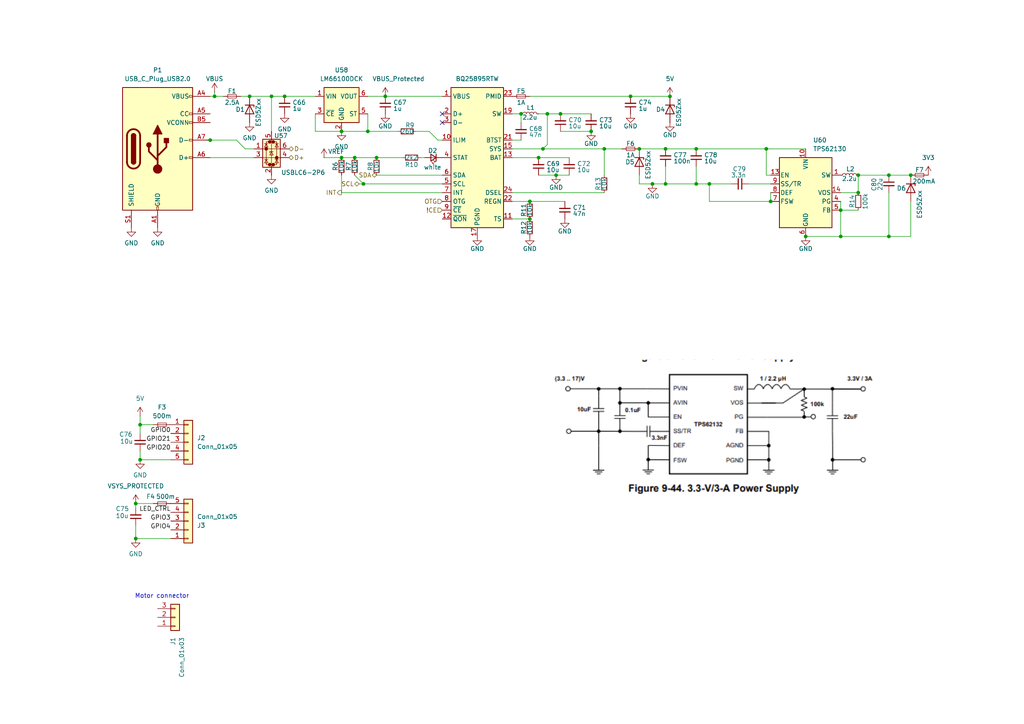
<source format=kicad_sch>
(kicad_sch (version 20250114) (generator "eeschema") (generator_version "9.0")
  (paper "A4")
  (lib_symbols
    (symbol "Battery_Management:BQ25895RTW"
      (property "Reference" "U" (at -5.08 22.86 0))
      (property "Value" "BQ25895RTW" (at 5.08 22.86 0))
      (symbol "BQ25895RTW_0_1"
        (rectangle (start -7.62 20.32) (end 7.62 -20.32) (stroke (width 0.254)) (fill (type background)))
      )
      (symbol "BQ25895RTW_1_1"
        (pin power_in line (at -10.16 17.78 0) (length 2.54) (name "VBUS") (number "1"))
        (pin bidirectional line (at -10.16 12.7 0) (length 2.54) (name "D+") (number "2"))
        (pin bidirectional line (at -10.16 10.16 0) (length 2.54) (name "D-") (number "3"))
        (pin passive line (at -10.16 5.08 0) (length 2.54) (name "ILIM") (number "10"))
        (pin open_collector line (at -10.16 0 0) (length 2.54) (name "STAT") (number "4"))
        (pin bidirectional line (at -10.16 -5.08 0) (length 2.54) (name "SDA") (number "6"))
        (pin input line (at -10.16 -7.62 0) (length 2.54) (name "SCL") (number "5"))
        (pin open_collector line (at -10.16 -10.16 0) (length 2.54) (name "INT") (number "7"))
        (pin input line (at -10.16 -12.7 0) (length 2.54) (name "OTG") (number "8"))
        (pin input line (at -10.16 -15.24 0) (length 2.54) (name "~{CE}") (number "9"))
        (pin input line (at -10.16 -17.78 0) (length 2.54) (name "~{QON}") (number "12"))
        (pin power_in line (at 0 -22.86 90) (length 2.54) (name "PGND") (number "17"))
        (pin passive line (at 0 -22.86 90) (length 2.54) (hide yes) (name "PGND") (number "18"))
        (pin passive line (at 0 -22.86 90) (length 2.54) (hide yes) (name "PGND") (number "25"))
        (pin power_out line (at 10.16 17.78 180) (length 2.54) (name "PMID") (number "23"))
        (pin power_out line (at 10.16 12.7 180) (length 2.54) (name "SW") (number "19"))
        (pin passive line (at 10.16 12.7 180) (length 2.54) (hide yes) (name "SW") (number "20"))
        (pin passive line (at 10.16 5.08 180) (length 2.54) (name "BTST") (number "21"))
        (pin passive line (at 10.16 2.54 180) (length 2.54) (name "SYS") (number "15"))
        (pin passive line (at 10.16 2.54 180) (length 2.54) (hide yes) (name "SYS") (number "16"))
        (pin passive line (at 10.16 0 180) (length 2.54) (name "BAT") (number "13"))
        (pin passive line (at 10.16 0 180) (length 2.54) (hide yes) (name "BAT") (number "14"))
        (pin open_collector line (at 10.16 -10.16 180) (length 2.54) (name "DSEL") (number "24"))
        (pin passive line (at 10.16 -12.7 180) (length 2.54) (name "REGN") (number "22"))
        (pin passive line (at 10.16 -17.78 180) (length 2.54) (name "TS") (number "11"))
      )
    )
    (symbol "Connector:USB_C_Plug_USB2.0" (pin_names (offset 1.016))
      (property "Reference" "P" (at -10.16 19.05 0))
      (property "Value" "USB_C_Plug_USB2.0" (at 12.7 19.05 0))
      (symbol "USB_C_Plug_USB2.0_0_0"
        (rectangle (start -0.254 -17.78) (end 0.254 -16.764))
        (rectangle (start 10.16 15.494) (end 9.144 14.986))
        (rectangle (start 10.16 10.414) (end 9.144 9.906))
        (rectangle (start 10.16 7.874) (end 9.144 7.366))
        (rectangle (start 10.16 2.794) (end 9.144 2.286))
        (rectangle (start 10.16 -2.286) (end 9.144 -2.794))
      )
      (symbol "USB_C_Plug_USB2.0_0_1"
        (rectangle (start -10.16 17.78) (end 10.16 -17.78) (stroke (width 0.254)) (fill (type background)))
        (polyline (pts (xy -8.89 -3.81) (xy -8.89 3.81)) (stroke (width 0.508)))
        (rectangle (start -7.62 -3.81) (end -6.35 3.81) (stroke (width 0.254)) (fill (type outline)))
        (arc (start -7.62 3.81) (mid -6.985 4.4423) (end -6.35 3.81) (stroke (width 0.254)))
        (arc (start -7.62 3.81) (mid -6.985 4.4423) (end -6.35 3.81) (stroke (width 0.254)) (fill (type outline)))
        (arc (start -8.89 3.81) (mid -6.985 5.7067) (end -5.08 3.81) (stroke (width 0.508)))
        (arc (start -5.08 -3.81) (mid -6.985 -5.7067) (end -8.89 -3.81) (stroke (width 0.508)))
        (arc (start -6.35 -3.81) (mid -6.985 -4.4423) (end -7.62 -3.81) (stroke (width 0.254)))
        (arc (start -6.35 -3.81) (mid -6.985 -4.4423) (end -7.62 -3.81) (stroke (width 0.254)) (fill (type outline)))
        (polyline (pts (xy -5.08 3.81) (xy -5.08 -3.81)) (stroke (width 0.508)))
        (circle (center -2.54 1.143) (radius 0.635) (stroke (width 0.254)) (fill (type outline)))
        (polyline (pts (xy -1.27 4.318) (xy 0 6.858) (xy 1.27 4.318) (xy -1.27 4.318)) (stroke (width 0.254)) (fill (type outline)))
        (polyline (pts (xy 0 -2.032) (xy 2.54 0.508) (xy 2.54 1.778)) (stroke (width 0.508)))
        (polyline (pts (xy 0 -3.302) (xy -2.54 -0.762) (xy -2.54 0.508)) (stroke (width 0.508)))
        (polyline (pts (xy 0 -5.842) (xy 0 4.318)) (stroke (width 0.508)))
        (circle (center 0 -5.842) (radius 1.27) (fill (type outline)))
        (rectangle (start 1.905 1.778) (end 3.175 3.048) (stroke (width 0.254)) (fill (type outline)))
      )
      (symbol "USB_C_Plug_USB2.0_1_1"
        (pin passive line (at -7.62 -22.86 90) (length 5.08) (name "SHIELD") (number "S1"))
        (pin passive line (at 0 -22.86 90) (length 5.08) (name "GND") (number "A1"))
        (pin passive line (at 0 -22.86 90) (length 5.08) (hide yes) (name "GND") (number "A12"))
        (pin passive line (at 0 -22.86 90) (length 5.08) (hide yes) (name "GND") (number "B1"))
        (pin passive line (at 0 -22.86 90) (length 5.08) (hide yes) (name "GND") (number "B12"))
        (pin passive line (at 15.24 15.24 180) (length 5.08) (name "VBUS") (number "A4"))
        (pin passive line (at 15.24 15.24 180) (length 5.08) (hide yes) (name "VBUS") (number "A9"))
        (pin passive line (at 15.24 15.24 180) (length 5.08) (hide yes) (name "VBUS") (number "B4"))
        (pin passive line (at 15.24 15.24 180) (length 5.08) (hide yes) (name "VBUS") (number "B9"))
        (pin bidirectional line (at 15.24 10.16 180) (length 5.08) (name "CC") (number "A5"))
        (pin bidirectional line (at 15.24 7.62 180) (length 5.08) (name "VCONN") (number "B5"))
        (pin bidirectional line (at 15.24 2.54 180) (length 5.08) (name "D-") (number "A7"))
        (pin bidirectional line (at 15.24 -2.54 180) (length 5.08) (name "D+") (number "A6"))
      )
    )
    (symbol "Connector_Generic:Conn_01x03" (pin_names (offset 1.016) (hide yes))
      (property "Reference" "J" (at 0 5.08 0))
      (property "Value" "Conn_01x03" (at 0 -5.08 0))
      (symbol "Conn_01x03_1_1"
        (rectangle (start -1.27 3.81) (end 1.27 -3.81) (stroke (width 0.254)) (fill (type background)))
        (rectangle (start -1.27 2.667) (end 0 2.413) (stroke (width 0.1524)))
        (rectangle (start -1.27 0.127) (end 0 -0.127) (stroke (width 0.1524)))
        (rectangle (start -1.27 -2.413) (end 0 -2.667) (stroke (width 0.1524)))
        (pin passive line (at -5.08 2.54 0) (length 3.81) (name "Pin_1") (number "1"))
        (pin passive line (at -5.08 0 0) (length 3.81) (name "Pin_2") (number "2"))
        (pin passive line (at -5.08 -2.54 0) (length 3.81) (name "Pin_3") (number "3"))
      )
    )
    (symbol "Connector_Generic:Conn_01x05" (pin_names (offset 1.016) (hide yes))
      (property "Reference" "J" (at 0 7.62 0))
      (property "Value" "Conn_01x05" (at 0 -7.62 0))
      (symbol "Conn_01x05_1_1"
        (rectangle (start -1.27 6.35) (end 1.27 -6.35) (stroke (width 0.254)) (fill (type background)))
        (rectangle (start -1.27 5.207) (end 0 4.953) (stroke (width 0.1524)))
        (rectangle (start -1.27 2.667) (end 0 2.413) (stroke (width 0.1524)))
        (rectangle (start -1.27 0.127) (end 0 -0.127) (stroke (width 0.1524)))
        (rectangle (start -1.27 -2.413) (end 0 -2.667) (stroke (width 0.1524)))
        (rectangle (start -1.27 -4.953) (end 0 -5.207) (stroke (width 0.1524)))
        (pin passive line (at -5.08 5.08 0) (length 3.81) (name "Pin_1") (number "1"))
        (pin passive line (at -5.08 2.54 0) (length 3.81) (name "Pin_2") (number "2"))
        (pin passive line (at -5.08 0 0) (length 3.81) (name "Pin_3") (number "3"))
        (pin passive line (at -5.08 -2.54 0) (length 3.81) (name "Pin_4") (number "4"))
        (pin passive line (at -5.08 -5.08 0) (length 3.81) (name "Pin_5") (number "5"))
      )
    )
    (symbol "Device:C_Small" (pin_numbers (hide yes)) (pin_names (offset 0.254) (hide yes))
      (property "Reference" "C" (at 0.254 1.778 0))
      (property "Value" "C_Small" (at 0.254 -2.032 0))
      (symbol "C_Small_0_1"
        (polyline (pts (xy -1.524 0.508) (xy 1.524 0.508)) (stroke (width 0.3048)))
        (polyline (pts (xy -1.524 -0.508) (xy 1.524 -0.508)) (stroke (width 0.3302)))
      )
      (symbol "C_Small_1_1"
        (pin passive line (at 0 2.54 270) (length 2.032) (name "~") (number "1"))
        (pin passive line (at 0 -2.54 90) (length 2.032) (name "~") (number "2"))
      )
    )
    (symbol "Device:Fuse_Small" (pin_numbers (hide yes)) (pin_names (offset 0.254) (hide yes))
      (property "Reference" "F" (at 0 -1.524 0))
      (property "Value" "Fuse_Small" (at 0 1.524 0))
      (symbol "Fuse_Small_0_1"
        (rectangle (start -1.27 0.508) (end 1.27 -0.508))
        (polyline (pts (xy -1.27 0) (xy 1.27 0)))
      )
      (symbol "Fuse_Small_1_1"
        (pin passive line (at -2.54 0 0) (length 1.27) (name "~") (number "1"))
        (pin passive line (at 2.54 0 180) (length 1.27) (name "~") (number "2"))
      )
    )
    (symbol "Device:LED_Small" (pin_numbers (hide yes)) (pin_names (offset 0.254) (hide yes))
      (property "Reference" "D" (at -1.27 3.175 0))
      (property "Value" "LED_Small" (at -4.445 -2.54 0))
      (symbol "LED_Small_0_1"
        (polyline (pts (xy -0.762 -1.016) (xy -0.762 1.016)) (stroke (width 0.254)))
        (polyline (pts (xy 0 0.762) (xy -0.508 1.27) (xy -0.254 1.27) (xy -0.508 1.27) (xy -0.508 1.016)))
        (polyline (pts (xy 0.508 1.27) (xy 0 1.778) (xy 0.254 1.778) (xy 0 1.778) (xy 0 1.524)))
        (polyline (pts (xy 0.762 -1.016) (xy -0.762 0) (xy 0.762 1.016) (xy 0.762 -1.016)) (stroke (width 0.254)))
        (polyline (pts (xy 1.016 0) (xy -0.762 0)))
      )
      (symbol "LED_Small_1_1"
        (pin passive line (at -2.54 0 0) (length 1.778) (name "K") (number "1"))
        (pin passive line (at 2.54 0 180) (length 1.778) (name "A") (number "2"))
      )
    )
    (symbol "Device:L_Small" (pin_numbers (hide yes)) (pin_names (offset 0.254) (hide yes))
      (property "Reference" "L" (at 0.762 1.016 0))
      (property "Value" "L_Small" (at 0.762 -1.016 0))
      (symbol "L_Small_0_1"
        (arc (start 0 2.032) (mid 0.5058 1.524) (end 0 1.016))
        (arc (start 0 1.016) (mid 0.5058 0.508) (end 0 0))
        (arc (start 0 0) (mid 0.5058 -0.508) (end 0 -1.016))
        (arc (start 0 -1.016) (mid 0.5058 -1.524) (end 0 -2.032))
      )
      (symbol "L_Small_1_1"
        (pin passive line (at 0 2.54 270) (length 0.508) (name "~") (number "1"))
        (pin passive line (at 0 -2.54 90) (length 0.508) (name "~") (number "2"))
      )
    )
    (symbol "Device:R_Small" (pin_numbers (hide yes)) (pin_names (offset 0.254) (hide yes))
      (property "Reference" "R" (at 0.762 0.508 0))
      (property "Value" "R_Small" (at 0.762 -1.016 0))
      (symbol "R_Small_0_1"
        (rectangle (start -0.762 1.778) (end 0.762 -1.778) (stroke (width 0.2032)))
      )
      (symbol "R_Small_1_1"
        (pin passive line (at 0 2.54 270) (length 0.762) (name "~") (number "1"))
        (pin passive line (at 0 -2.54 90) (length 0.762) (name "~") (number "2"))
      )
    )
    (symbol "Diode:ESD5Zxx" (pin_numbers (hide yes)) (pin_names (hide yes))
      (property "Reference" "D" (at 0 2.54 0))
      (property "Value" "ESD5Zxx" (at 0 -2.54 0))
      (symbol "ESD5Zxx_0_1"
        (polyline (pts (xy -1.27 -1.27) (xy -1.27 1.27) (xy -0.762 1.27)) (stroke (width 0.254)))
        (polyline (pts (xy 1.27 0) (xy -1.27 0)))
        (polyline (pts (xy 1.27 -1.27) (xy 1.27 1.27) (xy -1.27 0) (xy 1.27 -1.27)) (stroke (width 0.254)))
      )
      (symbol "ESD5Zxx_1_1"
        (pin passive line (at -3.81 0 0) (length 2.54) (name "K") (number "1"))
        (pin passive line (at 3.81 0 180) (length 2.54) (name "A") (number "2"))
      )
    )
    (symbol "Power_Management:LM66100DCK"
      (property "Reference" "U" (at -5.08 6.096 0))
      (property "Value" "LM66100DCK" (at 0.254 -6.35 0))
      (symbol "LM66100DCK_0_1"
        (rectangle (start -5.08 5.08) (end 5.08 -5.08) (stroke (width 0.254)) (fill (type background)))
      )
      (symbol "LM66100DCK_1_1"
        (pin power_in line (at -7.62 2.54 0) (length 2.54) (name "VIN") (number "1"))
        (pin input line (at -7.62 -2.54 0) (length 2.54) (name "~{CE}") (number "3"))
        (pin no_connect line (at 0 5.08 270) (length 2.54) (hide yes) (name "NC") (number "4"))
        (pin power_in line (at 0 -7.62 90) (length 2.54) (name "GND") (number "2"))
        (pin power_out line (at 7.62 2.54 180) (length 2.54) (name "VOUT") (number "6"))
        (pin open_collector line (at 7.62 -2.54 180) (length 2.54) (name "ST") (number "5"))
      )
    )
    (symbol "Power_Protection:USBLC6-2P6" (pin_names (hide yes))
      (property "Reference" "U" (at 0.635 5.715 0))
      (property "Value" "USBLC6-2P6" (at 0.635 3.81 0))
      (symbol "USBLC6-2P6_0_0"
        (circle (center -1.524 0) (radius 0.0001) (stroke (width 0.508)))
        (circle (center -0.508 2.032) (radius 0.0001) (stroke (width 0.508)))
        (circle (center -0.508 -4.572) (radius 0.0001) (stroke (width 0.508)))
        (circle (center 0.508 2.032) (radius 0.0001) (stroke (width 0.508)))
        (circle (center 0.508 -4.572) (radius 0.0001) (stroke (width 0.508)))
        (circle (center 1.524 -2.54) (radius 0.0001) (stroke (width 0.508)))
      )
      (symbol "USBLC6-2P6_0_1"
        (polyline (pts (xy -2.54 0) (xy 2.54 0)))
        (polyline (pts (xy -2.54 -2.54) (xy 2.54 -2.54)))
        (polyline (pts (xy -2.032 0.508) (xy -1.016 0.508) (xy -1.524 1.524) (xy -2.032 0.508)))
        (polyline (pts (xy -2.032 -3.048) (xy -1.016 -3.048)))
        (polyline (pts (xy -1.016 1.524) (xy -2.032 1.524)))
        (polyline (pts (xy -1.016 -4.064) (xy -2.032 -4.064) (xy -1.524 -3.048) (xy -1.016 -4.064)))
        (polyline (pts (xy -0.508 -1.143) (xy -0.508 -0.762) (xy 0.508 -0.762)))
        (polyline (pts (xy 0 2.54) (xy -0.508 2.032) (xy 0.508 2.032) (xy 0 1.524) (xy 0 -4.064) (xy -0.508 -4.572) (xy 0.508 -4.572) (xy 0 -5.08)))
        (polyline (pts (xy 0.508 -1.778) (xy -0.508 -1.778) (xy 0 -0.762) (xy 0.508 -1.778)))
        (polyline (pts (xy 1.016 1.524) (xy 2.032 1.524)))
        (polyline (pts (xy 1.016 -3.048) (xy 2.032 -3.048)))
        (polyline (pts (xy 2.032 0.508) (xy 1.016 0.508) (xy 1.524 1.524) (xy 2.032 0.508)))
        (polyline (pts (xy 2.032 -4.064) (xy 1.016 -4.064) (xy 1.524 -3.048) (xy 2.032 -4.064)))
      )
      (symbol "USBLC6-2P6_1_1"
        (rectangle (start -2.54 2.794) (end 2.54 -5.334) (stroke (width 0.254)) (fill (type background)))
        (polyline (pts (xy -0.508 2.032) (xy -1.524 2.032) (xy -1.524 -4.572) (xy -0.508 -4.572)))
        (polyline (pts (xy 0.508 -4.572) (xy 1.524 -4.572) (xy 1.524 2.032) (xy 0.508 2.032)))
        (pin passive line (at -5.08 0 0) (length 2.54) (name "I/O1") (number "1"))
        (pin passive line (at -5.08 -2.54 0) (length 2.54) (name "I/O2") (number "3"))
        (pin passive line (at 0 5.08 270) (length 2.54) (name "VBUS") (number "5"))
        (pin passive line (at 0 -7.62 90) (length 2.54) (name "GND") (number "2"))
        (pin passive line (at 5.08 0 180) (length 2.54) (name "I/O1") (number "6"))
        (pin passive line (at 5.08 -2.54 180) (length 2.54) (name "I/O2") (number "4"))
      )
    )
    (symbol "Regulator_Switching:TPS62130" (pin_names (offset 0.254))
      (property "Reference" "U" (at 3.81 13.97 0))
      (property "Value" "TPS62130" (at 3.81 11.43 0))
      (symbol "TPS62130_0_1"
        (rectangle (start -7.62 10.16) (end 7.62 -10.16) (stroke (width 0.254)) (fill (type background)))
      )
      (symbol "TPS62130_1_1"
        (pin input line (at -10.16 5.08 0) (length 2.54) (name "EN") (number "13"))
        (pin input line (at -10.16 2.54 0) (length 2.54) (name "SS/TR") (number "9"))
        (pin input line (at -10.16 0 0) (length 2.54) (name "DEF") (number "8"))
        (pin input line (at -10.16 -2.54 0) (length 2.54) (name "FSW") (number "7"))
        (pin power_in line (at 0 12.7 270) (length 2.54) (name "VIN") (number "10"))
        (pin passive line (at 0 12.7 270) (length 2.54) (hide yes) (name "VIN") (number "11"))
        (pin passive line (at 0 12.7 270) (length 2.54) (hide yes) (name "VIN") (number "12"))
        (pin passive line (at 0 -12.7 90) (length 2.54) (hide yes) (name "GND") (number "15"))
        (pin passive line (at 0 -12.7 90) (length 2.54) (hide yes) (name "GND") (number "16"))
        (pin passive line (at 0 -12.7 90) (length 2.54) (hide yes) (name "GND") (number "17"))
        (pin power_in line (at 0 -12.7 90) (length 2.54) (name "GND") (number "6"))
        (pin output line (at 10.16 5.08 180) (length 2.54) (name "SW") (number "1"))
        (pin passive line (at 10.16 5.08 180) (length 2.54) (hide yes) (name "SW") (number "2"))
        (pin passive line (at 10.16 5.08 180) (length 2.54) (hide yes) (name "SW") (number "3"))
        (pin input line (at 10.16 0 180) (length 2.54) (name "VOS") (number "14"))
        (pin open_collector line (at 10.16 -2.54 180) (length 2.54) (name "PG") (number "4"))
        (pin input line (at 10.16 -5.08 180) (length 2.54) (name "FB") (number "5"))
      )
    )
    (symbol "power:GND" (power) (pin_names (offset 0))
      (property "Value" "GND" (at 0 -3.81 0))
      (symbol "GND_0_1"
        (polyline (pts (xy 0 0) (xy 0 -1.27) (xy 1.27 -1.27) (xy 0 -2.54) (xy -1.27 -1.27) (xy 0 -1.27)))
      )
      (symbol "GND_1_1"
        (pin power_in line (at 0 0 270) (length 0) (hide yes) (name "GND") (number "1"))
      )
    )
    (symbol "power:VDD" (power) (pin_numbers (hide yes)) (pin_names (offset 0) (hide yes))
      (property "Value" "VDD" (at 0 3.556 0))
      (symbol "VDD_0_1"
        (polyline (pts (xy -0.762 1.27) (xy 0 2.54)))
        (polyline (pts (xy 0 2.54) (xy 0.762 1.27)))
        (polyline (pts (xy 0 0) (xy 0 2.54)))
      )
      (symbol "VDD_1_1"
        (pin power_in line (at 0 0 90) (length 0) (name "~") (number "1"))
      )
    )
  )
  (text "Motor connector" (at 46.99 172.974 0) (effects (font (size 1.27 1.27))))
  (junction (at 222.25 43.18))
  (junction (at 233.68 68.58))
  (junction (at 105.41 53.34))
  (junction (at 156.21 45.72))
  (junction (at 182.88 27.94))
  (junction (at 248.92 50.8))
  (junction (at 99.06 38.1))
  (junction (at 264.16 50.8))
  (junction (at 175.26 43.18))
  (junction (at 158.75 33.02))
  (junction (at 201.93 53.34))
  (junction (at 171.45 38.1))
  (junction (at 185.42 43.18))
  (junction (at 248.92 55.88))
  (junction (at 223.52 58.42))
  (junction (at 153.67 58.42))
  (junction (at 72.39 27.94))
  (junction (at 151.13 33.02))
  (junction (at 243.84 68.58))
  (junction (at 161.29 50.8))
  (junction (at 111.76 27.94))
  (junction (at 82.55 27.94))
  (junction (at 257.81 68.58))
  (junction (at 60.96 40.64))
  (junction (at 193.04 53.34))
  (junction (at 157.48 43.18))
  (junction (at 39.37 156.21))
  (junction (at 99.06 45.72))
  (junction (at 62.23 27.94))
  (junction (at 257.81 50.8))
  (junction (at 40.64 133.35))
  (junction (at 102.87 45.72))
  (junction (at 78.74 27.94))
  (junction (at 205.74 53.34))
  (junction (at 189.23 53.34))
  (junction (at 201.93 43.18))
  (junction (at 194.31 27.94))
  (junction (at 243.84 60.96))
  (junction (at 162.56 33.02))
  (junction (at 106.68 38.1))
  (junction (at 39.37 146.05))
  (junction (at 109.22 45.72))
  (junction (at 153.67 63.5))
  (junction (at 40.64 123.19))
  (junction (at 193.04 43.18))
  (no_connect (at 128.27 33.02))
  (no_connect (at 128.27 35.56))
  (wire (pts (xy 99.06 55.88) (xy 128.27 55.88)))
  (wire (pts (xy 157.48 43.18) (xy 175.26 43.18)))
  (wire (pts (xy 106.68 27.94) (xy 111.76 27.94)))
  (wire (pts (xy 156.21 50.8) (xy 161.29 50.8)))
  (wire (pts (xy 72.39 27.94) (xy 78.74 27.94)))
  (wire (pts (xy 243.84 68.58) (xy 233.68 68.58)))
  (wire (pts (xy 158.75 41.91) (xy 157.48 43.18)))
  (wire (pts (xy 62.23 26.67) (xy 62.23 27.94)))
  (wire (pts (xy 69.85 27.94) (xy 72.39 27.94)))
  (wire (pts (xy 82.55 27.94) (xy 91.44 27.94)))
  (wire (pts (xy 78.74 27.94) (xy 82.55 27.94)))
  (wire (pts (xy 156.21 33.02) (xy 158.75 33.02)))
  (wire (pts (xy 205.74 58.42) (xy 205.74 53.34)))
  (wire (pts (xy 222.25 43.18) (xy 233.68 43.18)))
  (wire (pts (xy 40.64 123.19) (xy 40.64 125.73)))
  (wire (pts (xy 158.75 33.02) (xy 158.75 41.91)))
  (wire (pts (xy 185.42 43.18) (xy 193.04 43.18)))
  (wire (pts (xy 257.81 68.58) (xy 243.84 68.58)))
  (wire (pts (xy 49.53 133.35) (xy 40.64 133.35)))
  (wire (pts (xy 223.52 55.88) (xy 223.52 58.42)))
  (wire (pts (xy 62.23 27.94) (xy 64.77 27.94)))
  (wire (pts (xy 40.64 120.65) (xy 40.64 123.19)))
  (wire (pts (xy 193.04 48.26) (xy 193.04 53.34)))
  (wire (pts (xy 60.96 40.64) (xy 68.58 40.64)))
  (wire (pts (xy 106.68 38.1) (xy 115.57 38.1)))
  (wire (pts (xy 39.37 152.4) (xy 39.37 156.21)))
  (wire (pts (xy 257.81 50.8) (xy 264.16 50.8)))
  (wire (pts (xy 148.59 43.18) (xy 157.48 43.18)))
  (wire (pts (xy 205.74 53.34) (xy 212.09 53.34)))
  (wire (pts (xy 71.12 43.18) (xy 73.66 43.18)))
  (wire (pts (xy 151.13 33.02) (xy 151.13 35.56)))
  (wire (pts (xy 93.98 45.72) (xy 99.06 45.72)))
  (wire (pts (xy 201.93 48.26) (xy 201.93 53.34)))
  (wire (pts (xy 243.84 60.96) (xy 243.84 68.58)))
  (wire (pts (xy 182.88 27.94) (xy 194.31 27.94)))
  (wire (pts (xy 106.68 33.02) (xy 106.68 38.1)))
  (wire (pts (xy 99.06 38.1) (xy 106.68 38.1)))
  (wire (pts (xy 124.46 38.1) (xy 127 40.64)))
  (wire (pts (xy 148.59 55.88) (xy 175.26 55.88)))
  (wire (pts (xy 121.92 45.72) (xy 123.19 45.72)))
  (wire (pts (xy 153.67 58.42) (xy 163.83 58.42)))
  (wire (pts (xy 222.25 50.8) (xy 222.25 43.18)))
  (wire (pts (xy 193.04 53.34) (xy 189.23 53.34)))
  (wire (pts (xy 59.69 40.64) (xy 60.96 40.64)))
  (wire (pts (xy 189.23 53.34) (xy 185.42 53.34)))
  (wire (pts (xy 185.42 53.34) (xy 185.42 50.8)))
  (wire (pts (xy 201.93 43.18) (xy 222.25 43.18)))
  (wire (pts (xy 68.58 40.64) (xy 71.12 43.18)))
  (wire (pts (xy 104.14 53.34) (xy 105.41 53.34)))
  (wire (pts (xy 109.22 50.8) (xy 128.27 50.8)))
  (wire (pts (xy 78.74 27.94) (xy 78.74 38.1)))
  (wire (pts (xy 91.44 38.1) (xy 99.06 38.1)))
  (wire (pts (xy 102.87 50.8) (xy 105.41 53.34)))
  (wire (pts (xy 201.93 53.34) (xy 193.04 53.34)))
  (wire (pts (xy 111.76 27.94) (xy 128.27 27.94)))
  (wire (pts (xy 39.37 146.05) (xy 39.37 147.32)))
  (wire (pts (xy 257.81 55.88) (xy 257.81 68.58)))
  (wire (pts (xy 175.26 43.18) (xy 180.34 43.18)))
  (wire (pts (xy 243.84 60.96) (xy 248.92 60.96)))
  (wire (pts (xy 91.44 33.02) (xy 91.44 38.1)))
  (wire (pts (xy 162.56 38.1) (xy 171.45 38.1)))
  (wire (pts (xy 217.17 53.34) (xy 223.52 53.34)))
  (wire (pts (xy 162.56 33.02) (xy 171.45 33.02)))
  (wire (pts (xy 60.96 45.72) (xy 73.66 45.72)))
  (wire (pts (xy 153.67 27.94) (xy 182.88 27.94)))
  (wire (pts (xy 148.59 58.42) (xy 153.67 58.42)))
  (wire (pts (xy 248.92 55.88) (xy 248.92 50.8)))
  (wire (pts (xy 223.52 50.8) (xy 222.25 50.8)))
  (wire (pts (xy 243.84 55.88) (xy 248.92 55.88)))
  (wire (pts (xy 60.96 27.94) (xy 62.23 27.94)))
  (wire (pts (xy 148.59 33.02) (xy 151.13 33.02)))
  (wire (pts (xy 175.26 43.18) (xy 175.26 50.8)))
  (wire (pts (xy 148.59 45.72) (xy 156.21 45.72)))
  (wire (pts (xy 156.21 45.72) (xy 165.1 45.72)))
  (wire (pts (xy 161.29 50.8) (xy 165.1 50.8)))
  (wire (pts (xy 243.84 58.42) (xy 243.84 60.96)))
  (wire (pts (xy 264.16 58.42) (xy 264.16 68.58)))
  (wire (pts (xy 109.22 45.72) (xy 116.84 45.72)))
  (wire (pts (xy 158.75 33.02) (xy 162.56 33.02)))
  (wire (pts (xy 148.59 63.5) (xy 153.67 63.5)))
  (wire (pts (xy 39.37 156.21) (xy 49.53 156.21)))
  (wire (pts (xy 201.93 53.34) (xy 205.74 53.34)))
  (wire (pts (xy 127 40.64) (xy 128.27 40.64)))
  (wire (pts (xy 39.37 146.05) (xy 44.45 146.05)))
  (wire (pts (xy 264.16 68.58) (xy 257.81 68.58)))
  (wire (pts (xy 120.65 38.1) (xy 124.46 38.1)))
  (wire (pts (xy 248.92 50.8) (xy 257.81 50.8)))
  (wire (pts (xy 99.06 50.8) (xy 99.06 55.88)))
  (wire (pts (xy 223.52 58.42) (xy 205.74 58.42)))
  (wire (pts (xy 193.04 43.18) (xy 201.93 43.18)))
  (wire (pts (xy 40.64 123.19) (xy 44.45 123.19)))
  (wire (pts (xy 102.87 45.72) (xy 109.22 45.72)))
  (wire (pts (xy 105.41 53.34) (xy 128.27 53.34)))
  (wire (pts (xy 40.64 130.81) (xy 40.64 133.35)))
  (wire (pts (xy 148.59 40.64) (xy 151.13 40.64)))
  (wire (pts (xy 99.06 45.72) (xy 102.87 45.72)))
  (image (at 205.74 125.73) (scale 0.805106))
  (label "GPIO20" (at 49.53 130.81 180))
  (label "GPIO3" (at 49.53 151.13 180))
  (label "GPIO21" (at 49.53 128.27 180))
  (label "LED_CTRL" (at 49.53 148.59 180))
  (label "GPIO4" (at 49.53 153.67 180))
  (label "GPIO0" (at 49.53 125.73 180))
  (hierarchical_label "INT" (shape output) (at 99.06 55.88 180))
  (hierarchical_label "D+" (shape bidirectional) (at 83.82 45.72 0))
  (hierarchical_label "SCL" (shape bidirectional) (at 104.14 53.34 180))
  (hierarchical_label "SDA" (shape bidirectional) (at 109.22 50.8 180))
  (hierarchical_label "OTG" (shape input) (at 128.27 58.42 180))
  (hierarchical_label "D-" (shape bidirectional) (at 83.82 43.18 0))
  (hierarchical_label "!CE" (shape input) (at 128.27 60.96 180))
  (symbol (lib_id "Device:Fuse_Small") (at 151.13 27.94 0) (unit 1)
    (property "Reference" "F5" (at 151.13 26.416 0))
    (property "Value" "1A" (at 151.13 29.718 0))
    (property "Footprint" "Fuse:Fuse_0603_1608Metric_Pad1.05x0.95mm_HandSolder" (effects (hide yes)))
    (property "Description" "Fuse, small symbol" (effects (hide yes)))
  )
  (symbol (lib_id "power:GND") (at 72.39 35.56 0) (unit 1)
    (property "Reference" "#PWR070" (effects (hide yes)))
    (property "Value" "GND" (at 72.39 40.005 0))
  )
  (symbol (lib_id "Device:C_Small") (at 82.55 30.48 180) (unit 1)
    (property "Reference" "C66" (at 84.836 29.718 0) (effects (justify right)))
    (property "Value" "1u" (at 84.836 31.496 0) (effects (justify right)))
    (property "Footprint" "Capacitor_SMD:C_0402_1005Metric" (effects (hide yes)))
    (property "Description" "Unpolarized capacitor, small symbol" (effects (hide yes)))
  )
  (symbol (lib_id "power:VDD") (at 111.76 27.94 0) (unit 1)
    (property "Reference" "#PWR075" (effects (hide yes)))
    (property "Value" "VBUS_Protected" (at 115.57 22.86 0))
    (property "Description" "Power symbol creates a global label with name \"VDD\"" (effects (hide yes)))
  )
  (symbol (lib_id "power:GND") (at 194.31 35.56 0) (unit 1)
    (property "Reference" "#PWR090" (effects (hide yes)))
    (property "Value" "GND" (at 194.31 39.116 0))
  )
  (symbol (lib_id "Device:R_Small") (at 99.06 48.26 180) (unit 1)
    (property "Reference" "R6" (at 97.282 48.26 90))
    (property "Value" "10k" (at 99.06 48.26 90))
    (property "Footprint" "Resistor_SMD:R_0402_1005Metric" (effects (hide yes)))
    (property "Description" "Resistor, small symbol" (effects (hide yes)))
  )
  (symbol (lib_id "Device:Fuse_Small") (at 46.99 123.19 0) (unit 1)
    (property "Reference" "F3" (at 46.99 118.11 0))
    (property "Value" "500m" (at 46.99 120.65 0))
    (property "Footprint" "Fuse:Fuse_0603_1608Metric_Pad1.05x0.95mm_HandSolder" (effects (hide yes)))
    (property "Description" "Fuse, small symbol" (effects (hide yes)))
  )
  (symbol (lib_id "Device:Fuse_Small") (at 46.99 146.05 0) (unit 1)
    (property "Reference" "F4" (at 43.688 144.018 0))
    (property "Value" "500m" (at 48.006 144.018 0))
    (property "Footprint" "Fuse:Fuse_0603_1608Metric_Pad1.05x0.95mm_HandSolder" (effects (hide yes)))
    (property "Description" "Fuse, small symbol" (effects (hide yes)))
  )
  (symbol (lib_id "power:GND") (at 45.72 66.04 0) (unit 1)
    (property "Reference" "#PWR068" (effects (hide yes)))
    (property "Value" "GND" (at 45.72 70.485 0))
  )
  (symbol (lib_id "power:GND") (at 189.23 53.34 0) (unit 1)
    (property "Reference" "#PWR087" (effects (hide yes)))
    (property "Value" "GND" (at 189.23 56.896 0))
  )
  (symbol (lib_id "Diode:ESD5Zxx") (at 185.42 46.99 270) (unit 1)
    (property "Reference" "D5" (at 181.356 46.99 90) (effects (justify left)))
    (property "Value" "ESD5Zxx" (at 187.96 43.688 0) (effects (justify left)))
    (property "Footprint" "Diode_SMD:D_SOD-323" (effects (hide yes)))
    (property "Datasheet" "https://www.onsemi.com/pdf/datasheet/esd5z2.5t1-d.pdf" (effects (hide yes)))
    (property "Description" "ESD Protection Diode, SOD-523" (effects (hide yes)))
  )
  (symbol (lib_id "Connector_Generic:Conn_01x05") (at 54.61 151.13 0) (mirror x) (unit 1)
    (property "Reference" "J3" (at 57.15 152.4001 0) (effects (justify left)))
    (property "Value" "Conn_01x05" (at 57.15 149.8601 0) (effects (justify left)))
    (property "Footprint" "Connector_Molex:Molex_PicoBlade_53048-0510_1x05_P1.25mm_Horizontal" (effects (hide yes)))
    (property "Description" "Generic connector, single row, 01x05, script generated (kicad-library-utils/schlib/autogen/connector/)" (effects (hide yes)))
  )
  (symbol (lib_id "power:VDD") (at 269.24 50.8 0) (unit 1)
    (property "Reference" "#PWR093" (effects (hide yes)))
    (property "Value" "3V3" (at 269.24 45.72 0))
    (property "Description" "Power symbol creates a global label with name \"VDD\"" (effects (hide yes)))
  )
  (symbol (lib_id "Device:C_Small") (at 163.83 60.96 180) (unit 1)
    (property "Reference" "C71" (at 166.116 60.198 0) (effects (justify right)))
    (property "Value" "47n" (at 166.116 61.976 0) (effects (justify right)))
    (property "Footprint" "Capacitor_SMD:C_0402_1005Metric" (effects (hide yes)))
    (property "Description" "Unpolarized capacitor, small symbol" (effects (hide yes)))
  )
  (symbol (lib_id "Device:R_Small") (at 153.67 60.96 180) (unit 1)
    (property "Reference" "R11" (at 151.892 60.96 90))
    (property "Value" "10k" (at 153.67 60.96 90))
    (property "Footprint" "Resistor_SMD:R_0402_1005Metric" (effects (hide yes)))
    (property "Description" "Resistor, small symbol" (effects (hide yes)))
  )
  (symbol (lib_id "Device:R_Small") (at 153.67 66.04 180) (unit 1)
    (property "Reference" "R12" (at 151.892 66.04 90))
    (property "Value" "10k" (at 153.67 66.04 90))
    (property "Footprint" "Resistor_SMD:R_0402_1005Metric" (effects (hide yes)))
    (property "Description" "Resistor, small symbol" (effects (hide yes)))
  )
  (symbol (lib_id "power:GND") (at 82.55 33.02 0) (unit 1)
    (property "Reference" "#PWR072" (effects (hide yes)))
    (property "Value" "GND" (at 82.55 37.465 0))
  )
  (symbol (lib_id "Device:R_Small") (at 119.38 45.72 90) (unit 1)
    (property "Reference" "R10" (at 119.38 47.752 90))
    (property "Value" "2k2" (at 119.38 45.72 90))
    (property "Footprint" "Resistor_SMD:R_0402_1005Metric" (effects (hide yes)))
    (property "Description" "Resistor, small symbol" (effects (hide yes)))
  )
  (symbol (lib_id "Device:R_Small") (at 109.22 48.26 180) (unit 1)
    (property "Reference" "R8" (at 107.442 48.26 90))
    (property "Value" "10k" (at 109.22 48.26 90))
    (property "Footprint" "Resistor_SMD:R_0402_1005Metric" (effects (hide yes)))
    (property "Description" "Resistor, small symbol" (effects (hide yes)))
  )
  (symbol (lib_id "Device:C_Small") (at 156.21 48.26 180) (unit 1)
    (property "Reference" "C69" (at 158.496 47.498 0) (effects (justify right)))
    (property "Value" "10u" (at 158.496 49.276 0) (effects (justify right)))
    (property "Footprint" "Capacitor_SMD:C_0402_1005Metric" (effects (hide yes)))
    (property "Description" "Unpolarized capacitor, small symbol" (effects (hide yes)))
  )
  (symbol (lib_id "Device:C_Small") (at 201.93 45.72 180) (unit 1)
    (property "Reference" "C78" (at 204.216 44.958 0) (effects (justify right)))
    (property "Value" "10u" (at 204.216 46.736 0) (effects (justify right)))
    (property "Footprint" "Capacitor_SMD:C_0402_1005Metric" (effects (hide yes)))
    (property "Description" "Unpolarized capacitor, small symbol" (effects (hide yes)))
  )
  (symbol (lib_id "power:VDD") (at 194.31 27.94 0) (unit 1)
    (property "Reference" "#PWR089" (effects (hide yes)))
    (property "Value" "5V" (at 194.31 22.86 0))
    (property "Description" "Power symbol creates a global label with name \"VDD\"" (effects (hide yes)))
  )
  (symbol (lib_id "Device:C_Small") (at 193.04 45.72 180) (unit 1)
    (property "Reference" "C77" (at 195.326 44.958 0) (effects (justify right)))
    (property "Value" "100n" (at 195.326 46.736 0) (effects (justify right)))
    (property "Footprint" "Capacitor_SMD:C_1210_3225Metric" (effects (hide yes)))
    (property "Description" "Unpolarized capacitor, small symbol" (effects (hide yes)))
  )
  (symbol (lib_id "Device:L_Small") (at 246.38 50.8 90) (unit 1)
    (property "Reference" "L2" (at 246.634 49.022 90))
    (property "Value" "2.2u" (at 246.38 51.816 90))
    (property "Footprint" "Inductor_SMD:L_Wuerth_MAPI-2506" (effects (hide yes)))
    (property "Description" "Inductor, small symbol" (effects (hide yes)))
  )
  (symbol (lib_id "power:VDD") (at 62.23 26.67 0) (unit 1)
    (property "Reference" "#PWR069" (effects (hide yes)))
    (property "Value" "VBUS" (at 62.23 22.86 0))
    (property "Description" "Power symbol creates a global label with name \"VDD\"" (effects (hide yes)))
  )
  (symbol (lib_id "Device:C_Small") (at 151.13 38.1 180) (unit 1)
    (property "Reference" "C68" (at 153.416 37.338 0) (effects (justify right)))
    (property "Value" "47n" (at 153.416 39.116 0) (effects (justify right)))
    (property "Footprint" "Capacitor_SMD:C_0402_1005Metric" (effects (hide yes)))
    (property "Description" "Unpolarized capacitor, small symbol" (effects (hide yes)))
  )
  (symbol (lib_id "power:GND") (at 182.88 33.02 0) (unit 1)
    (property "Reference" "#PWR084" (effects (hide yes)))
    (property "Value" "GND" (at 182.88 36.576 0))
  )
  (symbol (lib_id "power:GND") (at 38.1 66.04 0) (unit 1)
    (property "Reference" "#PWR067" (effects (hide yes)))
    (property "Value" "GND" (at 38.1 70.485 0))
  )
  (symbol (lib_id "Connector_Generic:Conn_01x03") (at 50.8 179.07 0) (mirror x) (unit 1)
    (property "Reference" "J1" (at 50.165 184.785 90) (effects (justify left)))
    (property "Value" "Conn_01x03" (at 52.705 184.785 90) (effects (justify left)))
    (property "Footprint" "Connector_Molex:Molex_PicoBlade_53048-0310_1x03_P1.25mm_Horizontal" (effects (hide yes)))
  )
  (symbol (lib_id "Diode:ESD5Zxx") (at 194.31 31.75 270) (unit 1)
    (property "Reference" "D4" (at 190.246 31.75 90) (effects (justify left)))
    (property "Value" "ESD5Zxx" (at 196.85 28.448 0) (effects (justify left)))
    (property "Footprint" "Diode_SMD:D_SOD-323" (effects (hide yes)))
    (property "Datasheet" "https://www.onsemi.com/pdf/datasheet/esd5z2.5t1-d.pdf" (effects (hide yes)))
    (property "Description" "ESD Protection Diode, SOD-523" (effects (hide yes)))
  )
  (symbol (lib_id "Battery_Management:BQ25895RTW") (at 138.43 45.72 0) (unit 1)
    (property "Reference" "U59" (effects (hide yes)))
    (property "Value" "BQ25895RTW" (at 138.43 22.86 0))
    (property "Footprint" "Package_DFN_QFN:Texas_RTW_WQFN-24-1EP_4x4mm_P0.5mm_EP2.7x2.7mm_ThermalVias" (effects (hide yes)))
    (property "Datasheet" "http://www.ti.com/lit/ds/symlink/bq25895.pdf" (effects (hide yes)))
    (property "Description" "Controlled Single Cell 5A Fast Charger with MaxCharge, WQFN-24" (effects (hide yes)))
  )
  (symbol (lib_id "Device:L_Small") (at 153.67 33.02 90) (unit 1)
    (property "Reference" "L1" (at 153.924 31.242 90))
    (property "Value" "2.2u" (at 153.67 34.036 90))
    (property "Footprint" "Inductor_SMD:L_Wuerth_MAPI-2506" (effects (hide yes)))
    (property "Description" "Inductor, small symbol" (effects (hide yes)))
  )
  (symbol (lib_id "power:GND") (at 99.06 38.1 0) (unit 1)
    (property "Reference" "#PWR074" (effects (hide yes)))
    (property "Value" "GND" (at 99.06 42.545 0))
  )
  (symbol (lib_id "Device:R_Small") (at 175.26 53.34 180) (unit 1)
    (property "Reference" "R13" (at 173.482 53.34 90))
    (property "Value" "10k" (at 175.26 53.34 90))
    (property "Footprint" "Resistor_SMD:R_0402_1005Metric" (effects (hide yes)))
    (property "Description" "Resistor, small symbol" (effects (hide yes)))
  )
  (symbol (lib_id "Device:C_Small") (at 171.45 35.56 180) (unit 1)
    (property "Reference" "C73" (at 173.736 34.798 0) (effects (justify right)))
    (property "Value" "10u" (at 173.736 36.576 0) (effects (justify right)))
    (property "Footprint" "Capacitor_SMD:C_0402_1005Metric" (effects (hide yes)))
    (property "Description" "Unpolarized capacitor, small symbol" (effects (hide yes)))
  )
  (symbol (lib_id "power:GND") (at 78.74 50.8 0) (unit 1)
    (property "Reference" "#PWR071" (effects (hide yes)))
    (property "Value" "GND" (at 78.74 55.245 0))
  )
  (symbol (lib_id "power:GND") (at 171.45 38.1 0) (unit 1)
    (property "Reference" "#PWR083" (effects (hide yes)))
    (property "Value" "GND" (at 171.45 41.656 0))
  )
  (symbol (lib_id "Device:C_Small") (at 39.37 149.86 180) (unit 1)
    (property "Reference" "C75" (at 33.528 147.574 0) (effects (justify right)))
    (property "Value" "10u" (at 33.528 149.606 0) (effects (justify right)))
    (property "Footprint" "Capacitor_SMD:C_0402_1005Metric" (effects (hide yes)))
  )
  (symbol (lib_id "Device:R_Small") (at 102.87 48.26 180) (unit 1)
    (property "Reference" "R7" (at 101.092 48.26 90))
    (property "Value" "10k" (at 102.87 48.26 90))
    (property "Footprint" "Resistor_SMD:R_0402_1005Metric" (effects (hide yes)))
    (property "Description" "Resistor, small symbol" (effects (hide yes)))
  )
  (symbol (lib_id "Device:C_Small") (at 214.63 53.34 270) (unit 1)
    (property "Reference" "C79" (at 216.408 49.022 90) (effects (justify right)))
    (property "Value" "3.3n" (at 216.408 50.8 90) (effects (justify right)))
    (property "Footprint" "Capacitor_SMD:C_0402_1005Metric" (effects (hide yes)))
    (property "Description" "Unpolarized capacitor, small symbol" (effects (hide yes)))
  )
  (symbol (lib_id "Device:C_Small") (at 182.88 30.48 180) (unit 1)
    (property "Reference" "C74" (at 185.166 29.718 0) (effects (justify right)))
    (property "Value" "1u" (at 185.166 31.496 0) (effects (justify right)))
    (property "Footprint" "Capacitor_SMD:C_1210_3225Metric" (effects (hide yes)))
    (property "Description" "Unpolarized capacitor, small symbol" (effects (hide yes)))
  )
  (symbol (lib_id "Device:C_Small") (at 257.81 53.34 0) (unit 1)
    (property "Reference" "C80" (at 253.492 51.562 90) (effects (justify right)))
    (property "Value" "22u" (at 255.27 51.562 90) (effects (justify right)))
    (property "Footprint" "Capacitor_SMD:C_0603_1608Metric" (effects (hide yes)))
    (property "Description" "Unpolarized capacitor, small symbol" (effects (hide yes)))
  )
  (symbol (lib_id "power:GND") (at 153.67 68.58 0) (unit 1)
    (property "Reference" "#PWR080" (effects (hide yes)))
    (property "Value" "GND" (at 153.67 72.136 0))
  )
  (symbol (lib_id "Device:C_Small") (at 162.56 35.56 180) (unit 1)
    (property "Reference" "C70" (at 164.846 34.798 0) (effects (justify right)))
    (property "Value" "10u" (at 164.846 36.576 0) (effects (justify right)))
    (property "Footprint" "Capacitor_SMD:C_0402_1005Metric" (effects (hide yes)))
    (property "Description" "Unpolarized capacitor, small symbol" (effects (hide yes)))
  )
  (symbol (lib_id "Device:R_Small") (at 118.11 38.1 90) (unit 1)
    (property "Reference" "R9" (at 118.872 36.322 90))
    (property "Value" "260" (at 118.11 38.1 90))
    (property "Footprint" "Resistor_SMD:R_0402_1005Metric" (effects (hide yes)))
    (property "Description" "Resistor, small symbol" (effects (hide yes)))
  )
  (symbol (lib_id "Device:C_Small") (at 165.1 48.26 180) (unit 1)
    (property "Reference" "C72" (at 167.386 47.498 0) (effects (justify right)))
    (property "Value" "10u" (at 167.386 49.276 0) (effects (justify right)))
    (property "Footprint" "Capacitor_SMD:C_0402_1005Metric" (effects (hide yes)))
    (property "Description" "Unpolarized capacitor, small symbol" (effects (hide yes)))
  )
  (symbol (lib_id "power:VDD") (at 40.64 120.65 0) (unit 1)
    (property "Reference" "#PWR091" (effects (hide yes)))
    (property "Value" "5V" (at 40.64 115.57 0))
    (property "Description" "Power symbol creates a global label with name \"VDD\"" (effects (hide yes)))
  )
  (symbol (lib_id "power:GND") (at 161.29 50.8 0) (unit 1)
    (property "Reference" "#PWR081" (effects (hide yes)))
    (property "Value" "GND" (at 161.29 54.356 0))
  )
  (symbol (lib_id "Connector:USB_C_Plug_USB2.0") (at 45.72 43.18 0) (unit 1)
    (property "Reference" "P1" (at 45.72 20.32 0))
    (property "Value" "USB_C_Plug_USB2.0" (at 45.72 22.86 0))
    (property "Footprint" "Connector_USB:USB_C_Receptacle_GCT_USB4135-GF-A_6P_TopMnt_Horizontal" (effects (hide yes)))
    (property "Datasheet" "https://www.usb.org/sites/default/files/documents/usb_type-c.zip" (effects (hide yes)))
    (property "Description" "USB 2.0-only Type-C Plug connector" (effects (hide yes)))
  )
  (symbol (lib_id "power:GND") (at 40.64 133.35 0) (unit 1)
    (property "Reference" "#PWR088" (effects (hide yes)))
    (property "Value" "GND" (at 40.64 137.795 0))
  )
  (symbol (lib_id "Power_Management:LM66100DCK") (at 99.06 30.48 0) (unit 1)
    (property "Reference" "U58" (at 99.06 20.32 0))
    (property "Value" "LM66100DCK" (at 99.06 22.86 0))
    (property "Footprint" "Package_TO_SOT_SMD:SOT-363_SC-70-6" (effects (hide yes)))
    (property "Datasheet" "https://www.ti.com/lit/ds/symlink/lm66100.pdf" (effects (hide yes)))
    (property "Description" "Ideal Diode With Input Polarity Protection 1.5 - 5.5V  Input Voltage, 1.5A Output Current, Ron 141 mOhm, SC-70-6" (effects (hide yes)))
  )
  (symbol (lib_id "power:VDD") (at 39.37 146.05 0) (unit 1)
    (property "Reference" "#PWR085" (effects (hide yes)))
    (property "Value" "VSYS_PROTECTED" (at 39.37 140.97 0))
    (property "Description" "Power symbol creates a global label with name \"VDD\"" (effects (hide yes)))
  )
  (symbol (lib_id "Device:Fuse_Small") (at 67.31 27.94 0) (unit 1)
    (property "Reference" "F1" (at 67.31 26.416 0))
    (property "Value" "2.5A" (at 67.31 29.718 0))
    (property "Footprint" "Fuse:Fuse_0805_2012Metric_Pad1.15x1.40mm_HandSolder" (effects (hide yes)))
    (property "Description" "Fuse, small symbol" (effects (hide yes)))
  )
  (symbol (lib_id "power:VDD") (at 93.98 45.72 0) (unit 1)
    (property "Reference" "#PWR073" (effects (hide yes)))
    (property "Value" "VREF" (at 97.536 43.942 0))
    (property "Description" "Power symbol creates a global label with name \"VDD\"" (effects (hide yes)))
  )
  (symbol (lib_id "Regulator_Switching:TPS62130") (at 233.68 55.88 0) (unit 1)
    (property "Reference" "U60" (at 235.8233 40.64 0) (effects (justify left)))
    (property "Value" "TPS62130" (at 235.8233 43.18 0) (effects (justify left)))
    (property "Footprint" "Package_DFN_QFN:VQFN-16-1EP_3x3mm_P0.5mm_EP1.68x1.68mm_ThermalVias" (effects (hide yes)))
    (property "Datasheet" "http://www.ti.com/lit/ds/symlink/tps62130.pdf" (effects (hide yes)))
    (property "Description" "3A Step-Down Converter with DCS-Control, Adjustable Output Voltage, 3-17V Input Voltage, QFN-16" (effects (hide yes)))
  )
  (symbol (lib_id "Device:Fuse_Small") (at 266.7 50.8 0) (unit 1)
    (property "Reference" "F7" (at 266.7 49.276 0))
    (property "Value" "200mA" (at 267.97 52.578 0))
    (property "Footprint" "Fuse:Fuse_0603_1608Metric_Pad1.05x0.95mm_HandSolder" (effects (hide yes)))
    (property "Description" "Fuse, small symbol" (effects (hide yes)))
  )
  (symbol (lib_id "Device:C_Small") (at 40.64 128.27 180) (unit 1)
    (property "Reference" "C76" (at 34.544 125.984 0) (effects (justify right)))
    (property "Value" "10u" (at 34.798 128.016 0) (effects (justify right)))
    (property "Footprint" "Capacitor_SMD:C_0402_1005Metric" (effects (hide yes)))
  )
  (symbol (lib_id "Diode:ESD5Zxx") (at 72.39 31.75 270) (unit 1)
    (property "Reference" "D1" (at 68.326 31.75 90) (effects (justify left)))
    (property "Value" "ESD5Zxx" (at 74.93 28.448 0) (effects (justify left)))
    (property "Footprint" "Diode_SMD:D_SOD-323" (effects (hide yes)))
    (property "Datasheet" "https://www.onsemi.com/pdf/datasheet/esd5z2.5t1-d.pdf" (effects (hide yes)))
    (property "Description" "ESD Protection Diode, SOD-523" (effects (hide yes)))
  )
  (symbol (lib_id "Device:R_Small") (at 248.92 58.42 180) (unit 1)
    (property "Reference" "R14" (at 247.142 58.42 90))
    (property "Value" "100k" (at 250.952 58.42 90))
    (property "Footprint" "Resistor_SMD:R_0402_1005Metric" (effects (hide yes)))
    (property "Description" "Resistor, small symbol" (effects (hide yes)))
  )
  (symbol (lib_id "Device:LED_Small") (at 125.73 45.72 180) (unit 1)
    (property "Reference" "D2" (at 125.476 43.688 0))
    (property "Value" "white" (at 125.476 48.514 0))
    (property "Footprint" "LED_SMD:LED_0402_1005Metric" (effects (hide yes)))
    (property "Description" "Light emitting diode, small symbol" (effects (hide yes)))
    (property "Sim.Pin" "1=K 2=A" (effects (hide yes)))
  )
  (symbol (lib_id "Diode:ESD5Zxx") (at 264.16 54.61 270) (unit 1)
    (property "Reference" "D6" (at 260.096 54.61 90) (effects (justify left)))
    (property "Value" "ESD5Zxx" (at 266.7 55.118 0) (effects (justify left)))
    (property "Footprint" "Diode_SMD:D_SOD-323" (effects (hide yes)))
    (property "Datasheet" "https://www.onsemi.com/pdf/datasheet/esd5z2.5t1-d.pdf" (effects (hide yes)))
    (property "Description" "ESD Protection Diode, SOD-523" (effects (hide yes)))
  )
  (symbol (lib_id "power:GND") (at 233.68 68.58 0) (unit 1)
    (property "Reference" "#PWR092" (effects (hide yes)))
    (property "Value" "GND" (at 233.68 72.136 0))
  )
  (symbol (lib_id "power:GND") (at 138.43 68.58 0) (unit 1)
    (property "Reference" "#PWR077" (effects (hide yes)))
    (property "Value" "GND" (at 138.43 72.136 0))
  )
  (symbol (lib_id "Connector_Generic:Conn_01x05") (at 54.61 128.27 0) (unit 1)
    (property "Reference" "J2" (at 57.15 126.9999 0) (effects (justify left)))
    (property "Value" "Conn_01x05" (at 57.15 129.5399 0) (effects (justify left)))
    (property "Footprint" "Connector_Molex:Molex_PicoBlade_53048-0510_1x05_P1.25mm_Horizontal" (effects (hide yes)))
    (property "Description" "Generic connector, single row, 01x05, script generated (kicad-library-utils/schlib/autogen/connector/)" (effects (hide yes)))
  )
  (symbol (lib_id "Power_Protection:USBLC6-2P6") (at 78.74 43.18 0) (unit 1)
    (property "Reference" "U57" (at 79.502 39.37 0) (effects (justify left)))
    (property "Value" "USBLC6-2P6" (at 81.534 50.038 0) (effects (justify left)))
    (property "Footprint" "Package_TO_SOT_SMD:SOT-666" (effects (hide yes)))
    (property "Datasheet" "https://www.st.com/resource/en/datasheet/usblc6-2.pdf" (effects (hide yes)))
    (property "Description" "Very low capacitance ESD protection diode, 2 data-line, SOT-666" (effects (hide yes)))
  )
  (symbol (lib_id "Device:C_Small") (at 111.76 30.48 180) (unit 1)
    (property "Reference" "C67" (at 114.046 29.718 0) (effects (justify right)))
    (property "Value" "1u" (at 114.046 31.496 0) (effects (justify right)))
    (property "Footprint" "Capacitor_SMD:C_0402_1005Metric" (effects (hide yes)))
    (property "Description" "Unpolarized capacitor, small symbol" (effects (hide yes)))
  )
  (symbol (lib_id "power:GND") (at 39.37 156.21 0) (unit 1)
    (property "Reference" "#PWR086" (effects (hide yes)))
    (property "Value" "GND" (at 39.37 160.655 0))
  )
  (symbol (lib_id "power:GND") (at 111.76 33.02 0) (unit 1)
    (property "Reference" "#PWR076" (effects (hide yes)))
    (property "Value" "GND" (at 111.76 36.576 0))
  )
  (symbol (lib_id "power:GND") (at 163.83 63.5 0) (unit 1)
    (property "Reference" "#PWR082" (effects (hide yes)))
    (property "Value" "GND" (at 163.83 67.056 0))
  )
  (symbol (lib_id "Device:Fuse_Small") (at 182.88 43.18 0) (unit 1)
    (property "Reference" "F6" (at 182.88 41.656 0))
    (property "Value" "1A" (at 182.88 44.958 0))
    (property "Footprint" "Fuse:Fuse_0603_1608Metric_Pad1.05x0.95mm_HandSolder" (effects (hide yes)))
    (property "Description" "Fuse, small symbol" (effects (hide yes)))
  )
)
</source>
